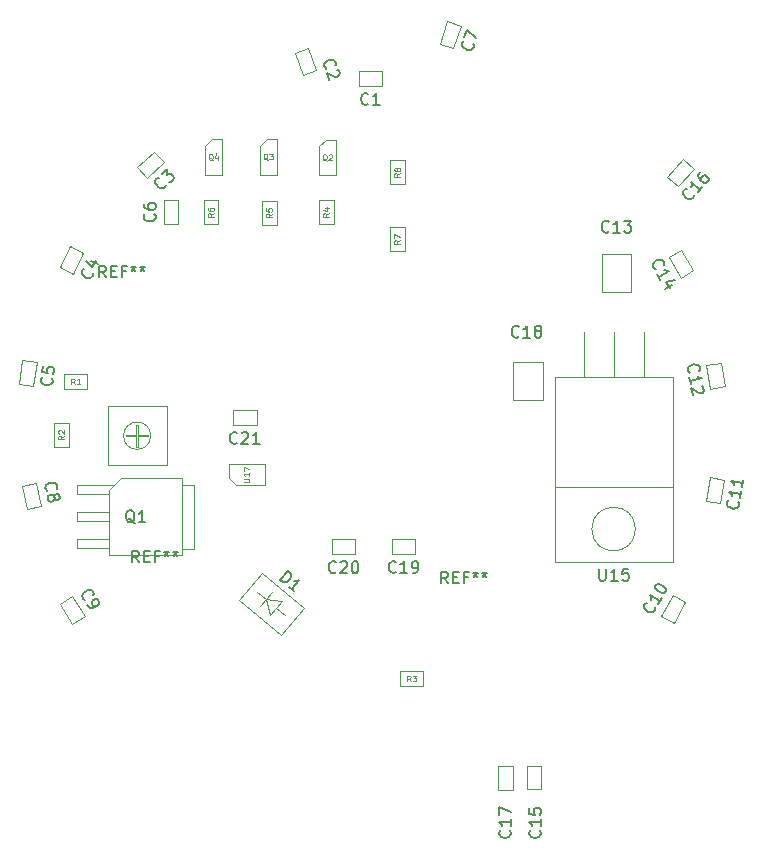
<source format=gbr>
%TF.GenerationSoftware,KiCad,Pcbnew,(5.1.9)-1*%
%TF.CreationDate,2021-03-28T17:18:04-04:00*%
%TF.ProjectId,nogasm,6e6f6761-736d-42e6-9b69-6361645f7063,rev?*%
%TF.SameCoordinates,Original*%
%TF.FileFunction,Other,Fab,Top*%
%FSLAX46Y46*%
G04 Gerber Fmt 4.6, Leading zero omitted, Abs format (unit mm)*
G04 Created by KiCad (PCBNEW (5.1.9)-1) date 2021-03-28 17:18:04*
%MOMM*%
%LPD*%
G01*
G04 APERTURE LIST*
%ADD10C,0.100000*%
%ADD11C,0.150000*%
%ADD12C,0.075000*%
G04 APERTURE END LIST*
D10*
%TO.C,C19*%
X123428000Y-95616000D02*
X121428000Y-95616000D01*
X121428000Y-95616000D02*
X121428000Y-94376000D01*
X121428000Y-94376000D02*
X123428000Y-94376000D01*
X123428000Y-94376000D02*
X123428000Y-95616000D01*
%TO.C,C1*%
X120614000Y-55992000D02*
X118614000Y-55992000D01*
X118614000Y-55992000D02*
X118614000Y-54752000D01*
X118614000Y-54752000D02*
X120614000Y-54752000D01*
X120614000Y-54752000D02*
X120614000Y-55992000D01*
%TO.C,C2*%
X114367064Y-52791639D02*
X115051105Y-54671024D01*
X115051105Y-54671024D02*
X113885886Y-55095129D01*
X113885886Y-55095129D02*
X113201845Y-53215744D01*
X113201845Y-53215744D02*
X114367064Y-52791639D01*
%TO.C,C3*%
X102162937Y-62455206D02*
X100676647Y-63793467D01*
X100676647Y-63793467D02*
X99846925Y-62871968D01*
X99846925Y-62871968D02*
X101333215Y-61533707D01*
X101333215Y-61533707D02*
X102162937Y-62455206D01*
%TO.C,C4*%
X95310098Y-70092489D02*
X94433356Y-71890077D01*
X94433356Y-71890077D02*
X93318852Y-71346497D01*
X93318852Y-71346497D02*
X94195594Y-69548909D01*
X94195594Y-69548909D02*
X95310098Y-70092489D01*
%TO.C,C5*%
X91351105Y-79380019D02*
X91072759Y-81360555D01*
X91072759Y-81360555D02*
X89844827Y-81187981D01*
X89844827Y-81187981D02*
X90123173Y-79207445D01*
X90123173Y-79207445D02*
X91351105Y-79380019D01*
%TO.C,C6*%
X102110300Y-67669600D02*
X102110300Y-65669600D01*
X102110300Y-65669600D02*
X103350300Y-65669600D01*
X103350300Y-65669600D02*
X103350300Y-67669600D01*
X103350300Y-67669600D02*
X102110300Y-67669600D01*
%TO.C,C7*%
X127265541Y-50881474D02*
X126650828Y-52784663D01*
X126650828Y-52784663D02*
X125470851Y-52403540D01*
X125470851Y-52403540D02*
X126085564Y-50500351D01*
X126085564Y-50500351D02*
X127265541Y-50881474D01*
%TO.C,C8*%
X91324650Y-89618262D02*
X91740473Y-91574557D01*
X91740473Y-91574557D02*
X90527570Y-91832368D01*
X90527570Y-91832368D02*
X90111747Y-89876073D01*
X90111747Y-89876073D02*
X91324650Y-89618262D01*
%TO.C,C9*%
X94384270Y-99197462D02*
X95444108Y-100893558D01*
X95444108Y-100893558D02*
X94392528Y-101550658D01*
X94392528Y-101550658D02*
X93332690Y-99854562D01*
X93332690Y-99854562D02*
X94384270Y-99197462D01*
%TO.C,C10*%
X144209579Y-100827581D02*
X145209579Y-99095531D01*
X145209579Y-99095531D02*
X146283451Y-99715531D01*
X146283451Y-99715531D02*
X145283451Y-101447581D01*
X145283451Y-101447581D02*
X144209579Y-100827581D01*
%TO.C,C11*%
X149591289Y-89331844D02*
X149243993Y-91301460D01*
X149243993Y-91301460D02*
X148022831Y-91086136D01*
X148022831Y-91086136D02*
X148370127Y-89116520D01*
X148370127Y-89116520D02*
X149591289Y-89331844D01*
%TO.C,C12*%
X148407067Y-81610470D02*
X148059771Y-79640854D01*
X148059771Y-79640854D02*
X149280933Y-79425530D01*
X149280933Y-79425530D02*
X149628229Y-81395146D01*
X149628229Y-81395146D02*
X148407067Y-81610470D01*
%TO.C,C14*%
X145876064Y-72200641D02*
X144876064Y-70468591D01*
X144876064Y-70468591D02*
X145949936Y-69848591D01*
X145949936Y-69848591D02*
X146949936Y-71580641D01*
X146949936Y-71580641D02*
X145876064Y-72200641D01*
%TO.C,C15*%
X132857000Y-115534000D02*
X132857000Y-113534000D01*
X132857000Y-113534000D02*
X134097000Y-113534000D01*
X134097000Y-113534000D02*
X134097000Y-115534000D01*
X134097000Y-115534000D02*
X132857000Y-115534000D01*
%TO.C,C16*%
X147000293Y-63004785D02*
X145662032Y-64491075D01*
X145662032Y-64491075D02*
X144740533Y-63661353D01*
X144740533Y-63661353D02*
X146078794Y-62175063D01*
X146078794Y-62175063D02*
X147000293Y-63004785D01*
%TO.C,C17*%
X130444000Y-115574000D02*
X130444000Y-113574000D01*
X130444000Y-113574000D02*
X131684000Y-113574000D01*
X131684000Y-113574000D02*
X131684000Y-115574000D01*
X131684000Y-115574000D02*
X130444000Y-115574000D01*
%TO.C,C20*%
X116348000Y-94376000D02*
X118348000Y-94376000D01*
X118348000Y-94376000D02*
X118348000Y-95616000D01*
X118348000Y-95616000D02*
X116348000Y-95616000D01*
X116348000Y-95616000D02*
X116348000Y-94376000D01*
%TO.C,C21*%
X109986000Y-84694000D02*
X107986000Y-84694000D01*
X107986000Y-84694000D02*
X107986000Y-83454000D01*
X107986000Y-83454000D02*
X109986000Y-83454000D01*
X109986000Y-83454000D02*
X109986000Y-84694000D01*
%TO.C,Q1*%
X94784000Y-95111000D02*
X97484000Y-95111000D01*
X94784000Y-94361000D02*
X94784000Y-95111000D01*
X97484000Y-94361000D02*
X94784000Y-94361000D01*
X94784000Y-92831000D02*
X97484000Y-92831000D01*
X94784000Y-92081000D02*
X94784000Y-92831000D01*
X97484000Y-92081000D02*
X94784000Y-92081000D01*
X94784000Y-90551000D02*
X97484000Y-90551000D01*
X94784000Y-89801000D02*
X94784000Y-90551000D01*
X97889000Y-89801000D02*
X94784000Y-89801000D01*
X98484000Y-89206000D02*
X103704000Y-89206000D01*
X97484000Y-90206000D02*
X98484000Y-89206000D01*
X97484000Y-95706000D02*
X97484000Y-90206000D01*
X103704000Y-95706000D02*
X97484000Y-95706000D01*
X103704000Y-89206000D02*
X103704000Y-95706000D01*
X104704000Y-95156000D02*
X103704000Y-95156000D01*
X104704000Y-89756000D02*
X104704000Y-95156000D01*
X103704000Y-89756000D02*
X104704000Y-89756000D01*
%TO.C,Q2*%
X115273100Y-63562000D02*
X116673100Y-63562000D01*
X116673100Y-60522000D02*
X116673100Y-63562000D01*
X115273100Y-61092000D02*
X115823100Y-60522000D01*
X115823100Y-60522000D02*
X116673100Y-60522000D01*
X115273100Y-61092000D02*
X115273100Y-63542000D01*
%TO.C,Q3*%
X110275900Y-63496000D02*
X111675900Y-63496000D01*
X111675900Y-60456000D02*
X111675900Y-63496000D01*
X110275900Y-61026000D02*
X110825900Y-60456000D01*
X110825900Y-60456000D02*
X111675900Y-60456000D01*
X110275900Y-61026000D02*
X110275900Y-63476000D01*
%TO.C,Q4*%
X105621100Y-63511200D02*
X107021100Y-63511200D01*
X107021100Y-60471200D02*
X107021100Y-63511200D01*
X105621100Y-61041200D02*
X106171100Y-60471200D01*
X106171100Y-60471200D02*
X107021100Y-60471200D01*
X105621100Y-61041200D02*
X105621100Y-63491200D01*
%TO.C,R1*%
X93662000Y-80406000D02*
X95662000Y-80406000D01*
X95662000Y-80406000D02*
X95662000Y-81646000D01*
X95662000Y-81646000D02*
X93662000Y-81646000D01*
X93662000Y-81646000D02*
X93662000Y-80406000D01*
%TO.C,R2*%
X92852000Y-86518000D02*
X92852000Y-84518000D01*
X92852000Y-84518000D02*
X94092000Y-84518000D01*
X94092000Y-84518000D02*
X94092000Y-86518000D01*
X94092000Y-86518000D02*
X92852000Y-86518000D01*
%TO.C,R3*%
X122110000Y-105552000D02*
X124110000Y-105552000D01*
X124110000Y-105552000D02*
X124110000Y-106792000D01*
X124110000Y-106792000D02*
X122110000Y-106792000D01*
X122110000Y-106792000D02*
X122110000Y-105552000D01*
%TO.C,R4*%
X116507500Y-65678800D02*
X116507500Y-67678800D01*
X116507500Y-67678800D02*
X115267500Y-67678800D01*
X115267500Y-67678800D02*
X115267500Y-65678800D01*
X115267500Y-65678800D02*
X116507500Y-65678800D01*
%TO.C,R5*%
X111681500Y-65722000D02*
X111681500Y-67722000D01*
X111681500Y-67722000D02*
X110441500Y-67722000D01*
X110441500Y-67722000D02*
X110441500Y-65722000D01*
X110441500Y-65722000D02*
X111681500Y-65722000D01*
%TO.C,R6*%
X106753900Y-65678800D02*
X106753900Y-67678800D01*
X106753900Y-67678800D02*
X105513900Y-67678800D01*
X105513900Y-67678800D02*
X105513900Y-65678800D01*
X105513900Y-65678800D02*
X106753900Y-65678800D01*
%TO.C,R7*%
X121300000Y-69961000D02*
X121300000Y-67961000D01*
X121300000Y-67961000D02*
X122540000Y-67961000D01*
X122540000Y-67961000D02*
X122540000Y-69961000D01*
X122540000Y-69961000D02*
X121300000Y-69961000D01*
%TO.C,R8*%
X121300000Y-64293000D02*
X121300000Y-62293000D01*
X121300000Y-62293000D02*
X122540000Y-62293000D01*
X122540000Y-62293000D02*
X122540000Y-64293000D01*
X122540000Y-64293000D02*
X121300000Y-64293000D01*
%TO.C,RV1*%
X101016000Y-85598000D02*
G75*
G03*
X101016000Y-85598000I-1150000J0D01*
G01*
X100786000Y-85538000D02*
X100786000Y-85658000D01*
X99926000Y-85538000D02*
X100786000Y-85538000D01*
X99926000Y-84678000D02*
X99926000Y-85538000D01*
X99806000Y-84678000D02*
X99926000Y-84678000D01*
X99806000Y-85538000D02*
X99806000Y-84678000D01*
X98946000Y-85538000D02*
X99806000Y-85538000D01*
X98946000Y-85658000D02*
X98946000Y-85538000D01*
X99806000Y-85658000D02*
X98946000Y-85658000D01*
X99806000Y-86518000D02*
X99806000Y-85658000D01*
X99926000Y-86518000D02*
X99806000Y-86518000D01*
X99926000Y-85658000D02*
X99926000Y-86518000D01*
X100786000Y-85658000D02*
X99926000Y-85658000D01*
X97366000Y-88098000D02*
X102366000Y-88098000D01*
X97366000Y-83098000D02*
X97366000Y-88098000D01*
X102366000Y-83098000D02*
X97366000Y-83098000D01*
X102366000Y-88098000D02*
X102366000Y-83098000D01*
%TO.C,U17*%
X107604000Y-88000000D02*
X110704000Y-88000000D01*
X110704000Y-88000000D02*
X110704000Y-89800000D01*
X108254000Y-89800000D02*
X110704000Y-89800000D01*
X107604000Y-88000000D02*
X107604000Y-89150000D01*
X108254000Y-89800000D02*
X107604000Y-89150000D01*
%TO.C,D1*%
X110745755Y-99420904D02*
X112141476Y-99547597D01*
X110745755Y-99420904D02*
X111145541Y-100734506D01*
X111145541Y-100734506D02*
X112141476Y-99547597D01*
X111260050Y-98807992D02*
X110231461Y-100033817D01*
X111627182Y-100160509D02*
X112391862Y-100802152D01*
X110745755Y-99420904D02*
X110055013Y-98841303D01*
X113969995Y-100166920D02*
X110446190Y-97210097D01*
X113969995Y-100166920D02*
X112041632Y-102465053D01*
X108517827Y-99508230D02*
X110446190Y-97210097D01*
X112041632Y-102465053D02*
X108517827Y-99508230D01*
%TO.C,U15*%
X142058000Y-93495000D02*
G75*
G03*
X142058000Y-93495000I-1850000J0D01*
G01*
X137668000Y-80645000D02*
X137668000Y-76835000D01*
X140208000Y-80645000D02*
X140208000Y-76835000D01*
X142748000Y-80645000D02*
X142748000Y-76835000D01*
X135208000Y-80645000D02*
X145208000Y-80645000D01*
X135208000Y-89895000D02*
X135208000Y-80645000D01*
X145208000Y-89895000D02*
X135208000Y-89895000D01*
X145208000Y-80645000D02*
X145208000Y-89895000D01*
X135208000Y-89895000D02*
X145208000Y-89895000D01*
X135208000Y-96295000D02*
X135208000Y-89895000D01*
X145208000Y-96295000D02*
X135208000Y-96295000D01*
X145208000Y-89895000D02*
X145208000Y-96295000D01*
%TO.C,C13*%
X139212000Y-73450000D02*
X139212000Y-70250000D01*
X139212000Y-70250000D02*
X141712000Y-70250000D01*
X141712000Y-70250000D02*
X141712000Y-73450000D01*
X141712000Y-73450000D02*
X139212000Y-73450000D01*
%TO.C,C18*%
X134219000Y-79394000D02*
X134219000Y-82594000D01*
X134219000Y-82594000D02*
X131719000Y-82594000D01*
X131719000Y-82594000D02*
X131719000Y-79394000D01*
X131719000Y-79394000D02*
X134219000Y-79394000D01*
%TD*%
%TO.C,REF\u002A\u002A*%
D11*
X100012666Y-96328380D02*
X99679333Y-95852190D01*
X99441238Y-96328380D02*
X99441238Y-95328380D01*
X99822190Y-95328380D01*
X99917428Y-95376000D01*
X99965047Y-95423619D01*
X100012666Y-95518857D01*
X100012666Y-95661714D01*
X99965047Y-95756952D01*
X99917428Y-95804571D01*
X99822190Y-95852190D01*
X99441238Y-95852190D01*
X100441238Y-95804571D02*
X100774571Y-95804571D01*
X100917428Y-96328380D02*
X100441238Y-96328380D01*
X100441238Y-95328380D01*
X100917428Y-95328380D01*
X101679333Y-95804571D02*
X101346000Y-95804571D01*
X101346000Y-96328380D02*
X101346000Y-95328380D01*
X101822190Y-95328380D01*
X102346000Y-95328380D02*
X102346000Y-95566476D01*
X102107904Y-95471238D02*
X102346000Y-95566476D01*
X102584095Y-95471238D01*
X102203142Y-95756952D02*
X102346000Y-95566476D01*
X102488857Y-95756952D01*
X103107904Y-95328380D02*
X103107904Y-95566476D01*
X102869809Y-95471238D02*
X103107904Y-95566476D01*
X103346000Y-95471238D01*
X102965047Y-95756952D02*
X103107904Y-95566476D01*
X103250761Y-95756952D01*
X126174666Y-98106380D02*
X125841333Y-97630190D01*
X125603238Y-98106380D02*
X125603238Y-97106380D01*
X125984190Y-97106380D01*
X126079428Y-97154000D01*
X126127047Y-97201619D01*
X126174666Y-97296857D01*
X126174666Y-97439714D01*
X126127047Y-97534952D01*
X126079428Y-97582571D01*
X125984190Y-97630190D01*
X125603238Y-97630190D01*
X126603238Y-97582571D02*
X126936571Y-97582571D01*
X127079428Y-98106380D02*
X126603238Y-98106380D01*
X126603238Y-97106380D01*
X127079428Y-97106380D01*
X127841333Y-97582571D02*
X127508000Y-97582571D01*
X127508000Y-98106380D02*
X127508000Y-97106380D01*
X127984190Y-97106380D01*
X128508000Y-97106380D02*
X128508000Y-97344476D01*
X128269904Y-97249238D02*
X128508000Y-97344476D01*
X128746095Y-97249238D01*
X128365142Y-97534952D02*
X128508000Y-97344476D01*
X128650857Y-97534952D01*
X129269904Y-97106380D02*
X129269904Y-97344476D01*
X129031809Y-97249238D02*
X129269904Y-97344476D01*
X129508000Y-97249238D01*
X129127047Y-97534952D02*
X129269904Y-97344476D01*
X129412761Y-97534952D01*
%TO.C,C19*%
X121785142Y-97103142D02*
X121737523Y-97150761D01*
X121594666Y-97198380D01*
X121499428Y-97198380D01*
X121356571Y-97150761D01*
X121261333Y-97055523D01*
X121213714Y-96960285D01*
X121166095Y-96769809D01*
X121166095Y-96626952D01*
X121213714Y-96436476D01*
X121261333Y-96341238D01*
X121356571Y-96246000D01*
X121499428Y-96198380D01*
X121594666Y-96198380D01*
X121737523Y-96246000D01*
X121785142Y-96293619D01*
X122737523Y-97198380D02*
X122166095Y-97198380D01*
X122451809Y-97198380D02*
X122451809Y-96198380D01*
X122356571Y-96341238D01*
X122261333Y-96436476D01*
X122166095Y-96484095D01*
X123213714Y-97198380D02*
X123404190Y-97198380D01*
X123499428Y-97150761D01*
X123547047Y-97103142D01*
X123642285Y-96960285D01*
X123689904Y-96769809D01*
X123689904Y-96388857D01*
X123642285Y-96293619D01*
X123594666Y-96246000D01*
X123499428Y-96198380D01*
X123308952Y-96198380D01*
X123213714Y-96246000D01*
X123166095Y-96293619D01*
X123118476Y-96388857D01*
X123118476Y-96626952D01*
X123166095Y-96722190D01*
X123213714Y-96769809D01*
X123308952Y-96817428D01*
X123499428Y-96817428D01*
X123594666Y-96769809D01*
X123642285Y-96722190D01*
X123689904Y-96626952D01*
%TO.C,C1*%
X119447333Y-57479142D02*
X119399714Y-57526761D01*
X119256857Y-57574380D01*
X119161619Y-57574380D01*
X119018761Y-57526761D01*
X118923523Y-57431523D01*
X118875904Y-57336285D01*
X118828285Y-57145809D01*
X118828285Y-57002952D01*
X118875904Y-56812476D01*
X118923523Y-56717238D01*
X119018761Y-56622000D01*
X119161619Y-56574380D01*
X119256857Y-56574380D01*
X119399714Y-56622000D01*
X119447333Y-56669619D01*
X120399714Y-57574380D02*
X119828285Y-57574380D01*
X120114000Y-57574380D02*
X120114000Y-56574380D01*
X120018761Y-56717238D01*
X119923523Y-56812476D01*
X119828285Y-56860095D01*
%TO.C,C2*%
X115892867Y-54512302D02*
X115831833Y-54483842D01*
X115738225Y-54365886D01*
X115705652Y-54276392D01*
X115701539Y-54125863D01*
X115758460Y-54003795D01*
X115831668Y-53926475D01*
X115994371Y-53816581D01*
X116128613Y-53767721D01*
X116323888Y-53747321D01*
X116429670Y-53759495D01*
X116551737Y-53816417D01*
X116645345Y-53934372D01*
X116677918Y-54023866D01*
X116682031Y-54174395D01*
X116653570Y-54235429D01*
X116783864Y-54593407D02*
X116844898Y-54621867D01*
X116922218Y-54695075D01*
X117003651Y-54918812D01*
X116991478Y-55024593D01*
X116963017Y-55085627D01*
X116889809Y-55162947D01*
X116800315Y-55195521D01*
X116649786Y-55199633D01*
X115917379Y-54858106D01*
X116129106Y-55439821D01*
%TO.C,C3*%
X102291027Y-64341020D02*
X102287503Y-64408271D01*
X102213203Y-64539249D01*
X102142427Y-64602976D01*
X102004400Y-64663178D01*
X101869898Y-64656129D01*
X101770783Y-64617217D01*
X101607942Y-64507529D01*
X101512352Y-64401365D01*
X101420286Y-64227951D01*
X101391947Y-64125312D01*
X101398996Y-63990809D01*
X101473296Y-63859831D01*
X101544072Y-63796104D01*
X101682099Y-63735902D01*
X101749350Y-63739427D01*
X101933338Y-63445607D02*
X102393380Y-63031384D01*
X102400572Y-63537530D01*
X102506736Y-63441940D01*
X102609375Y-63413601D01*
X102676626Y-63417126D01*
X102775741Y-63456038D01*
X102935057Y-63632977D01*
X102963396Y-63735616D01*
X102959872Y-63802867D01*
X102920960Y-63901982D01*
X102708632Y-64093162D01*
X102605993Y-64121501D01*
X102538742Y-64117977D01*
%TO.C,C4*%
X96135301Y-71793003D02*
X96157225Y-71856677D01*
X96137401Y-72005951D01*
X96095651Y-72091551D01*
X95990227Y-72199075D01*
X95862878Y-72242925D01*
X95756404Y-72243975D01*
X95564330Y-72203275D01*
X95435931Y-72140651D01*
X95285607Y-72014352D01*
X95220882Y-71929802D01*
X95177032Y-71802453D01*
X95196857Y-71653179D01*
X95238607Y-71567580D01*
X95344031Y-71460056D01*
X95407705Y-71438131D01*
X95997451Y-70772110D02*
X96596647Y-71064357D01*
X95550679Y-70819110D02*
X96088300Y-71346231D01*
X96359673Y-70789835D01*
%TO.C,C5*%
X92661406Y-80742302D02*
X92701934Y-80796085D01*
X92729208Y-80944179D01*
X92715954Y-81038490D01*
X92648916Y-81173330D01*
X92541350Y-81254386D01*
X92440412Y-81288287D01*
X92245162Y-81308934D01*
X92103695Y-81289052D01*
X91921700Y-81215387D01*
X91834016Y-81154977D01*
X91752959Y-81047411D01*
X91725686Y-80899317D01*
X91738940Y-80805006D01*
X91805978Y-80670166D01*
X91859761Y-80629638D01*
X91891368Y-79720427D02*
X91825095Y-80191983D01*
X92290024Y-80305411D01*
X92249496Y-80251628D01*
X92215595Y-80150690D01*
X92248731Y-79914912D01*
X92309141Y-79827228D01*
X92362924Y-79786699D01*
X92463863Y-79752798D01*
X92699641Y-79785935D01*
X92787325Y-79846345D01*
X92827853Y-79900128D01*
X92861754Y-80001066D01*
X92828618Y-80236845D01*
X92768207Y-80324529D01*
X92714424Y-80365057D01*
%TO.C,C6*%
X101337442Y-66836266D02*
X101385061Y-66883885D01*
X101432680Y-67026742D01*
X101432680Y-67121980D01*
X101385061Y-67264838D01*
X101289823Y-67360076D01*
X101194585Y-67407695D01*
X101004109Y-67455314D01*
X100861252Y-67455314D01*
X100670776Y-67407695D01*
X100575538Y-67360076D01*
X100480300Y-67264838D01*
X100432680Y-67121980D01*
X100432680Y-67026742D01*
X100480300Y-66883885D01*
X100527919Y-66836266D01*
X100432680Y-65979123D02*
X100432680Y-66169600D01*
X100480300Y-66264838D01*
X100527919Y-66312457D01*
X100670776Y-66407695D01*
X100861252Y-66455314D01*
X101242204Y-66455314D01*
X101337442Y-66407695D01*
X101385061Y-66360076D01*
X101432680Y-66264838D01*
X101432680Y-66074361D01*
X101385061Y-65979123D01*
X101337442Y-65931504D01*
X101242204Y-65883885D01*
X101004109Y-65883885D01*
X100908871Y-65931504D01*
X100861252Y-65979123D01*
X100813633Y-66074361D01*
X100813633Y-66264838D01*
X100861252Y-66360076D01*
X100908871Y-66407695D01*
X101004109Y-66455314D01*
%TO.C,C7*%
X128322115Y-52448750D02*
X128352793Y-52508700D01*
X128354198Y-52659278D01*
X128324926Y-52749906D01*
X128235704Y-52871212D01*
X128115804Y-52932568D01*
X128010540Y-52948610D01*
X127814648Y-52935380D01*
X127678706Y-52891472D01*
X127512086Y-52787614D01*
X127436094Y-52713028D01*
X127374738Y-52593127D01*
X127373332Y-52442549D01*
X127402604Y-52351921D01*
X127491826Y-52230615D01*
X127551776Y-52199937D01*
X127563600Y-51853467D02*
X127768505Y-51219071D01*
X128588375Y-51934254D01*
%TO.C,C8*%
X92253877Y-90272699D02*
X92197398Y-90236021D01*
X92121118Y-90106186D01*
X92101317Y-90013029D01*
X92118194Y-89863394D01*
X92191549Y-89750435D01*
X92274806Y-89684056D01*
X92451219Y-89597875D01*
X92590954Y-89568174D01*
X92787169Y-89575150D01*
X92890226Y-89601927D01*
X93003184Y-89675283D01*
X93079464Y-89805118D01*
X93099266Y-89898275D01*
X93082389Y-90047911D01*
X93045711Y-90104390D01*
X92838468Y-90732635D02*
X92865246Y-90629578D01*
X92901924Y-90573099D01*
X92985180Y-90506719D01*
X93031758Y-90496818D01*
X93134816Y-90523596D01*
X93191295Y-90560274D01*
X93257674Y-90643530D01*
X93297277Y-90829844D01*
X93270499Y-90932901D01*
X93233821Y-90989380D01*
X93150565Y-91055760D01*
X93103987Y-91065660D01*
X93000929Y-91038883D01*
X92944450Y-91002205D01*
X92878071Y-90918949D01*
X92838468Y-90732635D01*
X92772089Y-90649379D01*
X92715610Y-90612701D01*
X92612552Y-90585923D01*
X92426238Y-90625526D01*
X92342982Y-90691905D01*
X92306304Y-90748384D01*
X92279527Y-90851442D01*
X92319129Y-91037756D01*
X92385509Y-91121012D01*
X92441988Y-91157690D01*
X92545045Y-91184467D01*
X92731359Y-91144865D01*
X92814615Y-91078485D01*
X92851293Y-91022006D01*
X92878071Y-90918949D01*
%TO.C,C9*%
X95481288Y-99494616D02*
X95415671Y-99479467D01*
X95299585Y-99383552D01*
X95249116Y-99302785D01*
X95213797Y-99156401D01*
X95244095Y-99025166D01*
X95299627Y-98934314D01*
X95435926Y-98792994D01*
X95557075Y-98717291D01*
X95743843Y-98656738D01*
X95849843Y-98646652D01*
X95981078Y-98676950D01*
X96097164Y-98772866D01*
X96147633Y-98853632D01*
X96182952Y-99000016D01*
X96167803Y-99065634D01*
X95652864Y-99948917D02*
X95753801Y-100110450D01*
X95844653Y-100165982D01*
X95910271Y-100181131D01*
X96081889Y-100186195D01*
X96268656Y-100125641D01*
X96591722Y-99923767D01*
X96647254Y-99832915D01*
X96662403Y-99767298D01*
X96652318Y-99661297D01*
X96551381Y-99499764D01*
X96460529Y-99444232D01*
X96394912Y-99429083D01*
X96288911Y-99439168D01*
X96086995Y-99565339D01*
X96031463Y-99656191D01*
X96016314Y-99721809D01*
X96026399Y-99827809D01*
X96127336Y-99989342D01*
X96218188Y-100044875D01*
X96283805Y-100060024D01*
X96389806Y-100049938D01*
%TO.C,C10*%
X143718837Y-100131858D02*
X143736266Y-100196906D01*
X143706077Y-100344434D01*
X143658458Y-100426912D01*
X143545790Y-100526821D01*
X143415693Y-100561680D01*
X143309405Y-100555301D01*
X143120638Y-100501302D01*
X142996920Y-100429873D01*
X142855772Y-100293396D01*
X142797103Y-100204538D01*
X142762244Y-100074440D01*
X142792433Y-99926912D01*
X142840052Y-99844434D01*
X142952720Y-99744525D01*
X143017769Y-99727096D01*
X144277506Y-99354690D02*
X143991792Y-99849562D01*
X144134649Y-99602126D02*
X143268623Y-99102126D01*
X143344722Y-99256034D01*
X143379582Y-99386131D01*
X143373202Y-99492419D01*
X143721004Y-98318580D02*
X143768623Y-98236101D01*
X143857482Y-98177432D01*
X143922530Y-98160002D01*
X144028819Y-98166382D01*
X144217585Y-98220381D01*
X144423782Y-98339428D01*
X144564930Y-98475906D01*
X144623599Y-98564764D01*
X144641028Y-98629813D01*
X144634649Y-98736101D01*
X144587030Y-98818580D01*
X144498171Y-98877249D01*
X144433122Y-98894678D01*
X144326834Y-98888299D01*
X144138068Y-98834300D01*
X143931871Y-98715252D01*
X143790723Y-98578775D01*
X143732054Y-98489916D01*
X143714624Y-98424868D01*
X143721004Y-98318580D01*
%TO.C,C11*%
X150770560Y-91207981D02*
X150809186Y-91263146D01*
X150831275Y-91412102D01*
X150814737Y-91505893D01*
X150743035Y-91638311D01*
X150632705Y-91715564D01*
X150530645Y-91745922D01*
X150334794Y-91759742D01*
X150194107Y-91734935D01*
X150014794Y-91654963D01*
X149929271Y-91591530D01*
X149852018Y-91481201D01*
X149829929Y-91332245D01*
X149846467Y-91238454D01*
X149918170Y-91106036D01*
X149973334Y-91067409D01*
X151029730Y-90286607D02*
X150930502Y-90849354D01*
X150980116Y-90567981D02*
X149995308Y-90394333D01*
X150119457Y-90512931D01*
X150196711Y-90623260D01*
X150227068Y-90725320D01*
X151195109Y-89348695D02*
X151095882Y-89911442D01*
X151145495Y-89630069D02*
X150160688Y-89456421D01*
X150284837Y-89575019D01*
X150362090Y-89685348D01*
X150392448Y-89787408D01*
%TO.C,C12*%
X146657237Y-80250810D02*
X146602073Y-80212183D01*
X146530370Y-80079766D01*
X146513832Y-79985974D01*
X146535921Y-79837019D01*
X146613175Y-79726689D01*
X146698697Y-79663256D01*
X146878010Y-79583284D01*
X147018697Y-79558478D01*
X147214548Y-79572297D01*
X147316609Y-79602655D01*
X147426938Y-79679908D01*
X147498640Y-79812326D01*
X147515178Y-79906117D01*
X147493089Y-80055073D01*
X147454463Y-80110238D01*
X146728825Y-81205260D02*
X146629598Y-80642513D01*
X146679212Y-80923886D02*
X147664019Y-80750238D01*
X147506795Y-80681254D01*
X147396466Y-80604001D01*
X147333032Y-80518478D01*
X147685994Y-81423315D02*
X147741158Y-81461941D01*
X147804592Y-81547464D01*
X147845937Y-81781942D01*
X147815579Y-81884002D01*
X147776952Y-81939166D01*
X147691430Y-82002600D01*
X147597639Y-82019138D01*
X147448683Y-81997049D01*
X146786708Y-81533529D01*
X146894205Y-82143172D01*
%TO.C,C14*%
X143766732Y-71521456D02*
X143701683Y-71504027D01*
X143589015Y-71404118D01*
X143541396Y-71321640D01*
X143511207Y-71174112D01*
X143546067Y-71044014D01*
X143604736Y-70955156D01*
X143745883Y-70818679D01*
X143869601Y-70747250D01*
X144058368Y-70693251D01*
X144164656Y-70686872D01*
X144294754Y-70721731D01*
X144407422Y-70821640D01*
X144455041Y-70904118D01*
X144485230Y-71051646D01*
X144467800Y-71116694D01*
X144160444Y-72393861D02*
X143874730Y-71898990D01*
X144017587Y-72146426D02*
X144883612Y-71646426D01*
X144712275Y-71635376D01*
X144582178Y-71600516D01*
X144493319Y-71541847D01*
X145166366Y-72802836D02*
X144589015Y-73136169D01*
X145377233Y-72406163D02*
X144639595Y-72557109D01*
X144949119Y-73093220D01*
%TO.C,C15*%
X133961142Y-119006857D02*
X134008761Y-119054476D01*
X134056380Y-119197333D01*
X134056380Y-119292571D01*
X134008761Y-119435428D01*
X133913523Y-119530666D01*
X133818285Y-119578285D01*
X133627809Y-119625904D01*
X133484952Y-119625904D01*
X133294476Y-119578285D01*
X133199238Y-119530666D01*
X133104000Y-119435428D01*
X133056380Y-119292571D01*
X133056380Y-119197333D01*
X133104000Y-119054476D01*
X133151619Y-119006857D01*
X134056380Y-118054476D02*
X134056380Y-118625904D01*
X134056380Y-118340190D02*
X133056380Y-118340190D01*
X133199238Y-118435428D01*
X133294476Y-118530666D01*
X133342095Y-118625904D01*
X133056380Y-117149714D02*
X133056380Y-117625904D01*
X133532571Y-117673523D01*
X133484952Y-117625904D01*
X133437333Y-117530666D01*
X133437333Y-117292571D01*
X133484952Y-117197333D01*
X133532571Y-117149714D01*
X133627809Y-117102095D01*
X133865904Y-117102095D01*
X133961142Y-117149714D01*
X134008761Y-117197333D01*
X134056380Y-117292571D01*
X134056380Y-117530666D01*
X134008761Y-117625904D01*
X133961142Y-117673523D01*
%TO.C,C16*%
X147006169Y-65220759D02*
X147009693Y-65288010D01*
X146949491Y-65426037D01*
X146885765Y-65496812D01*
X146754787Y-65571113D01*
X146620284Y-65578162D01*
X146517645Y-65549823D01*
X146344230Y-65457757D01*
X146238067Y-65362167D01*
X146128379Y-65199326D01*
X146089466Y-65100211D01*
X146082417Y-64965709D01*
X146142620Y-64827682D01*
X146206346Y-64756906D01*
X146337324Y-64682606D01*
X146404576Y-64679082D01*
X147714212Y-64576728D02*
X147331852Y-65001383D01*
X147523032Y-64789056D02*
X146779887Y-64119925D01*
X146822324Y-64286291D01*
X146829373Y-64420793D01*
X146801034Y-64523432D01*
X147544608Y-63270617D02*
X147417154Y-63412168D01*
X147388815Y-63514807D01*
X147392340Y-63582058D01*
X147434777Y-63748424D01*
X147544465Y-63911265D01*
X147827567Y-64166172D01*
X147930206Y-64194511D01*
X147997458Y-64190987D01*
X148096572Y-64152074D01*
X148224026Y-64010523D01*
X148252365Y-63907884D01*
X148248840Y-63840633D01*
X148209928Y-63741518D01*
X148032989Y-63582201D01*
X147930349Y-63553862D01*
X147863098Y-63557387D01*
X147763984Y-63596299D01*
X147636530Y-63737851D01*
X147608191Y-63840490D01*
X147611716Y-63907741D01*
X147650628Y-64006855D01*
%TO.C,C17*%
X131421142Y-119006857D02*
X131468761Y-119054476D01*
X131516380Y-119197333D01*
X131516380Y-119292571D01*
X131468761Y-119435428D01*
X131373523Y-119530666D01*
X131278285Y-119578285D01*
X131087809Y-119625904D01*
X130944952Y-119625904D01*
X130754476Y-119578285D01*
X130659238Y-119530666D01*
X130564000Y-119435428D01*
X130516380Y-119292571D01*
X130516380Y-119197333D01*
X130564000Y-119054476D01*
X130611619Y-119006857D01*
X131516380Y-118054476D02*
X131516380Y-118625904D01*
X131516380Y-118340190D02*
X130516380Y-118340190D01*
X130659238Y-118435428D01*
X130754476Y-118530666D01*
X130802095Y-118625904D01*
X130516380Y-117721142D02*
X130516380Y-117054476D01*
X131516380Y-117483047D01*
%TO.C,C20*%
X116705142Y-97131142D02*
X116657523Y-97178761D01*
X116514666Y-97226380D01*
X116419428Y-97226380D01*
X116276571Y-97178761D01*
X116181333Y-97083523D01*
X116133714Y-96988285D01*
X116086095Y-96797809D01*
X116086095Y-96654952D01*
X116133714Y-96464476D01*
X116181333Y-96369238D01*
X116276571Y-96274000D01*
X116419428Y-96226380D01*
X116514666Y-96226380D01*
X116657523Y-96274000D01*
X116705142Y-96321619D01*
X117086095Y-96321619D02*
X117133714Y-96274000D01*
X117228952Y-96226380D01*
X117467047Y-96226380D01*
X117562285Y-96274000D01*
X117609904Y-96321619D01*
X117657523Y-96416857D01*
X117657523Y-96512095D01*
X117609904Y-96654952D01*
X117038476Y-97226380D01*
X117657523Y-97226380D01*
X118276571Y-96226380D02*
X118371809Y-96226380D01*
X118467047Y-96274000D01*
X118514666Y-96321619D01*
X118562285Y-96416857D01*
X118609904Y-96607333D01*
X118609904Y-96845428D01*
X118562285Y-97035904D01*
X118514666Y-97131142D01*
X118467047Y-97178761D01*
X118371809Y-97226380D01*
X118276571Y-97226380D01*
X118181333Y-97178761D01*
X118133714Y-97131142D01*
X118086095Y-97035904D01*
X118038476Y-96845428D01*
X118038476Y-96607333D01*
X118086095Y-96416857D01*
X118133714Y-96321619D01*
X118181333Y-96274000D01*
X118276571Y-96226380D01*
%TO.C,C21*%
X108343142Y-86181142D02*
X108295523Y-86228761D01*
X108152666Y-86276380D01*
X108057428Y-86276380D01*
X107914571Y-86228761D01*
X107819333Y-86133523D01*
X107771714Y-86038285D01*
X107724095Y-85847809D01*
X107724095Y-85704952D01*
X107771714Y-85514476D01*
X107819333Y-85419238D01*
X107914571Y-85324000D01*
X108057428Y-85276380D01*
X108152666Y-85276380D01*
X108295523Y-85324000D01*
X108343142Y-85371619D01*
X108724095Y-85371619D02*
X108771714Y-85324000D01*
X108866952Y-85276380D01*
X109105047Y-85276380D01*
X109200285Y-85324000D01*
X109247904Y-85371619D01*
X109295523Y-85466857D01*
X109295523Y-85562095D01*
X109247904Y-85704952D01*
X108676476Y-86276380D01*
X109295523Y-86276380D01*
X110247904Y-86276380D02*
X109676476Y-86276380D01*
X109962190Y-86276380D02*
X109962190Y-85276380D01*
X109866952Y-85419238D01*
X109771714Y-85514476D01*
X109676476Y-85562095D01*
%TO.C,Q1*%
X99658761Y-93003619D02*
X99563523Y-92956000D01*
X99468285Y-92860761D01*
X99325428Y-92717904D01*
X99230190Y-92670285D01*
X99134952Y-92670285D01*
X99182571Y-92908380D02*
X99087333Y-92860761D01*
X98992095Y-92765523D01*
X98944476Y-92575047D01*
X98944476Y-92241714D01*
X98992095Y-92051238D01*
X99087333Y-91956000D01*
X99182571Y-91908380D01*
X99373047Y-91908380D01*
X99468285Y-91956000D01*
X99563523Y-92051238D01*
X99611142Y-92241714D01*
X99611142Y-92575047D01*
X99563523Y-92765523D01*
X99468285Y-92860761D01*
X99373047Y-92908380D01*
X99182571Y-92908380D01*
X100563523Y-92908380D02*
X99992095Y-92908380D01*
X100277809Y-92908380D02*
X100277809Y-91908380D01*
X100182571Y-92051238D01*
X100087333Y-92146476D01*
X99992095Y-92194095D01*
%TO.C,Q2*%
D12*
X115925480Y-62315809D02*
X115877861Y-62292000D01*
X115830242Y-62244380D01*
X115758814Y-62172952D01*
X115711195Y-62149142D01*
X115663576Y-62149142D01*
X115687385Y-62268190D02*
X115639766Y-62244380D01*
X115592147Y-62196761D01*
X115568338Y-62101523D01*
X115568338Y-61934857D01*
X115592147Y-61839619D01*
X115639766Y-61792000D01*
X115687385Y-61768190D01*
X115782623Y-61768190D01*
X115830242Y-61792000D01*
X115877861Y-61839619D01*
X115901671Y-61934857D01*
X115901671Y-62101523D01*
X115877861Y-62196761D01*
X115830242Y-62244380D01*
X115782623Y-62268190D01*
X115687385Y-62268190D01*
X116092147Y-61815809D02*
X116115957Y-61792000D01*
X116163576Y-61768190D01*
X116282623Y-61768190D01*
X116330242Y-61792000D01*
X116354052Y-61815809D01*
X116377861Y-61863428D01*
X116377861Y-61911047D01*
X116354052Y-61982476D01*
X116068338Y-62268190D01*
X116377861Y-62268190D01*
%TO.C,Q3*%
X110928280Y-62249809D02*
X110880661Y-62226000D01*
X110833042Y-62178380D01*
X110761614Y-62106952D01*
X110713995Y-62083142D01*
X110666376Y-62083142D01*
X110690185Y-62202190D02*
X110642566Y-62178380D01*
X110594947Y-62130761D01*
X110571138Y-62035523D01*
X110571138Y-61868857D01*
X110594947Y-61773619D01*
X110642566Y-61726000D01*
X110690185Y-61702190D01*
X110785423Y-61702190D01*
X110833042Y-61726000D01*
X110880661Y-61773619D01*
X110904471Y-61868857D01*
X110904471Y-62035523D01*
X110880661Y-62130761D01*
X110833042Y-62178380D01*
X110785423Y-62202190D01*
X110690185Y-62202190D01*
X111071138Y-61702190D02*
X111380661Y-61702190D01*
X111213995Y-61892666D01*
X111285423Y-61892666D01*
X111333042Y-61916476D01*
X111356852Y-61940285D01*
X111380661Y-61987904D01*
X111380661Y-62106952D01*
X111356852Y-62154571D01*
X111333042Y-62178380D01*
X111285423Y-62202190D01*
X111142566Y-62202190D01*
X111094947Y-62178380D01*
X111071138Y-62154571D01*
%TO.C,Q4*%
X106273480Y-62265009D02*
X106225861Y-62241200D01*
X106178242Y-62193580D01*
X106106814Y-62122152D01*
X106059195Y-62098342D01*
X106011576Y-62098342D01*
X106035385Y-62217390D02*
X105987766Y-62193580D01*
X105940147Y-62145961D01*
X105916338Y-62050723D01*
X105916338Y-61884057D01*
X105940147Y-61788819D01*
X105987766Y-61741200D01*
X106035385Y-61717390D01*
X106130623Y-61717390D01*
X106178242Y-61741200D01*
X106225861Y-61788819D01*
X106249671Y-61884057D01*
X106249671Y-62050723D01*
X106225861Y-62145961D01*
X106178242Y-62193580D01*
X106130623Y-62217390D01*
X106035385Y-62217390D01*
X106678242Y-61884057D02*
X106678242Y-62217390D01*
X106559195Y-61693580D02*
X106440147Y-62050723D01*
X106749671Y-62050723D01*
%TO.C,R1*%
X94578666Y-81252190D02*
X94412000Y-81014095D01*
X94292952Y-81252190D02*
X94292952Y-80752190D01*
X94483428Y-80752190D01*
X94531047Y-80776000D01*
X94554857Y-80799809D01*
X94578666Y-80847428D01*
X94578666Y-80918857D01*
X94554857Y-80966476D01*
X94531047Y-80990285D01*
X94483428Y-81014095D01*
X94292952Y-81014095D01*
X95054857Y-81252190D02*
X94769142Y-81252190D01*
X94912000Y-81252190D02*
X94912000Y-80752190D01*
X94864380Y-80823619D01*
X94816761Y-80871238D01*
X94769142Y-80895047D01*
%TO.C,R2*%
X93698190Y-85601333D02*
X93460095Y-85768000D01*
X93698190Y-85887047D02*
X93198190Y-85887047D01*
X93198190Y-85696571D01*
X93222000Y-85648952D01*
X93245809Y-85625142D01*
X93293428Y-85601333D01*
X93364857Y-85601333D01*
X93412476Y-85625142D01*
X93436285Y-85648952D01*
X93460095Y-85696571D01*
X93460095Y-85887047D01*
X93245809Y-85410857D02*
X93222000Y-85387047D01*
X93198190Y-85339428D01*
X93198190Y-85220380D01*
X93222000Y-85172761D01*
X93245809Y-85148952D01*
X93293428Y-85125142D01*
X93341047Y-85125142D01*
X93412476Y-85148952D01*
X93698190Y-85434666D01*
X93698190Y-85125142D01*
%TO.C,R3*%
X123026666Y-106398190D02*
X122860000Y-106160095D01*
X122740952Y-106398190D02*
X122740952Y-105898190D01*
X122931428Y-105898190D01*
X122979047Y-105922000D01*
X123002857Y-105945809D01*
X123026666Y-105993428D01*
X123026666Y-106064857D01*
X123002857Y-106112476D01*
X122979047Y-106136285D01*
X122931428Y-106160095D01*
X122740952Y-106160095D01*
X123193333Y-105898190D02*
X123502857Y-105898190D01*
X123336190Y-106088666D01*
X123407619Y-106088666D01*
X123455238Y-106112476D01*
X123479047Y-106136285D01*
X123502857Y-106183904D01*
X123502857Y-106302952D01*
X123479047Y-106350571D01*
X123455238Y-106374380D01*
X123407619Y-106398190D01*
X123264761Y-106398190D01*
X123217142Y-106374380D01*
X123193333Y-106350571D01*
%TO.C,R4*%
X116113690Y-66762133D02*
X115875595Y-66928800D01*
X116113690Y-67047847D02*
X115613690Y-67047847D01*
X115613690Y-66857371D01*
X115637500Y-66809752D01*
X115661309Y-66785942D01*
X115708928Y-66762133D01*
X115780357Y-66762133D01*
X115827976Y-66785942D01*
X115851785Y-66809752D01*
X115875595Y-66857371D01*
X115875595Y-67047847D01*
X115780357Y-66333561D02*
X116113690Y-66333561D01*
X115589880Y-66452609D02*
X115947023Y-66571657D01*
X115947023Y-66262133D01*
%TO.C,R5*%
X111287690Y-66805333D02*
X111049595Y-66972000D01*
X111287690Y-67091047D02*
X110787690Y-67091047D01*
X110787690Y-66900571D01*
X110811500Y-66852952D01*
X110835309Y-66829142D01*
X110882928Y-66805333D01*
X110954357Y-66805333D01*
X111001976Y-66829142D01*
X111025785Y-66852952D01*
X111049595Y-66900571D01*
X111049595Y-67091047D01*
X110787690Y-66352952D02*
X110787690Y-66591047D01*
X111025785Y-66614857D01*
X111001976Y-66591047D01*
X110978166Y-66543428D01*
X110978166Y-66424380D01*
X111001976Y-66376761D01*
X111025785Y-66352952D01*
X111073404Y-66329142D01*
X111192452Y-66329142D01*
X111240071Y-66352952D01*
X111263880Y-66376761D01*
X111287690Y-66424380D01*
X111287690Y-66543428D01*
X111263880Y-66591047D01*
X111240071Y-66614857D01*
%TO.C,R6*%
X106360090Y-66762133D02*
X106121995Y-66928800D01*
X106360090Y-67047847D02*
X105860090Y-67047847D01*
X105860090Y-66857371D01*
X105883900Y-66809752D01*
X105907709Y-66785942D01*
X105955328Y-66762133D01*
X106026757Y-66762133D01*
X106074376Y-66785942D01*
X106098185Y-66809752D01*
X106121995Y-66857371D01*
X106121995Y-67047847D01*
X105860090Y-66333561D02*
X105860090Y-66428800D01*
X105883900Y-66476419D01*
X105907709Y-66500228D01*
X105979138Y-66547847D01*
X106074376Y-66571657D01*
X106264852Y-66571657D01*
X106312471Y-66547847D01*
X106336280Y-66524038D01*
X106360090Y-66476419D01*
X106360090Y-66381180D01*
X106336280Y-66333561D01*
X106312471Y-66309752D01*
X106264852Y-66285942D01*
X106145804Y-66285942D01*
X106098185Y-66309752D01*
X106074376Y-66333561D01*
X106050566Y-66381180D01*
X106050566Y-66476419D01*
X106074376Y-66524038D01*
X106098185Y-66547847D01*
X106145804Y-66571657D01*
%TO.C,R7*%
X122146190Y-69044333D02*
X121908095Y-69211000D01*
X122146190Y-69330047D02*
X121646190Y-69330047D01*
X121646190Y-69139571D01*
X121670000Y-69091952D01*
X121693809Y-69068142D01*
X121741428Y-69044333D01*
X121812857Y-69044333D01*
X121860476Y-69068142D01*
X121884285Y-69091952D01*
X121908095Y-69139571D01*
X121908095Y-69330047D01*
X121646190Y-68877666D02*
X121646190Y-68544333D01*
X122146190Y-68758619D01*
%TO.C,R8*%
X122146190Y-63376333D02*
X121908095Y-63543000D01*
X122146190Y-63662047D02*
X121646190Y-63662047D01*
X121646190Y-63471571D01*
X121670000Y-63423952D01*
X121693809Y-63400142D01*
X121741428Y-63376333D01*
X121812857Y-63376333D01*
X121860476Y-63400142D01*
X121884285Y-63423952D01*
X121908095Y-63471571D01*
X121908095Y-63662047D01*
X121860476Y-63090619D02*
X121836666Y-63138238D01*
X121812857Y-63162047D01*
X121765238Y-63185857D01*
X121741428Y-63185857D01*
X121693809Y-63162047D01*
X121670000Y-63138238D01*
X121646190Y-63090619D01*
X121646190Y-62995380D01*
X121670000Y-62947761D01*
X121693809Y-62923952D01*
X121741428Y-62900142D01*
X121765238Y-62900142D01*
X121812857Y-62923952D01*
X121836666Y-62947761D01*
X121860476Y-62995380D01*
X121860476Y-63090619D01*
X121884285Y-63138238D01*
X121908095Y-63162047D01*
X121955714Y-63185857D01*
X122050952Y-63185857D01*
X122098571Y-63162047D01*
X122122380Y-63138238D01*
X122146190Y-63090619D01*
X122146190Y-62995380D01*
X122122380Y-62947761D01*
X122098571Y-62923952D01*
X122050952Y-62900142D01*
X121955714Y-62900142D01*
X121908095Y-62923952D01*
X121884285Y-62947761D01*
X121860476Y-62995380D01*
%TO.C,U17*%
X108880190Y-89519047D02*
X109284952Y-89519047D01*
X109332571Y-89495238D01*
X109356380Y-89471428D01*
X109380190Y-89423809D01*
X109380190Y-89328571D01*
X109356380Y-89280952D01*
X109332571Y-89257142D01*
X109284952Y-89233333D01*
X108880190Y-89233333D01*
X109380190Y-88733333D02*
X109380190Y-89019047D01*
X109380190Y-88876190D02*
X108880190Y-88876190D01*
X108951619Y-88923809D01*
X108999238Y-88971428D01*
X109023047Y-89019047D01*
X108880190Y-88566666D02*
X108880190Y-88233333D01*
X109380190Y-88447619D01*
%TO.C,D1*%
D11*
X111994681Y-97794569D02*
X112637468Y-97028524D01*
X112819860Y-97181569D01*
X112898686Y-97309874D01*
X112910425Y-97444049D01*
X112885685Y-97547614D01*
X112799728Y-97724136D01*
X112707901Y-97833571D01*
X112548987Y-97948876D01*
X112451291Y-97991223D01*
X112317116Y-98002962D01*
X112177072Y-97947614D01*
X111994681Y-97794569D01*
X113161987Y-98774055D02*
X112724247Y-98406748D01*
X112943117Y-98590401D02*
X113585904Y-97824357D01*
X113421121Y-97872574D01*
X113286947Y-97884313D01*
X113183381Y-97859573D01*
%TO.C,U15*%
X138969904Y-96867380D02*
X138969904Y-97676904D01*
X139017523Y-97772142D01*
X139065142Y-97819761D01*
X139160380Y-97867380D01*
X139350857Y-97867380D01*
X139446095Y-97819761D01*
X139493714Y-97772142D01*
X139541333Y-97676904D01*
X139541333Y-96867380D01*
X140541333Y-97867380D02*
X139969904Y-97867380D01*
X140255619Y-97867380D02*
X140255619Y-96867380D01*
X140160380Y-97010238D01*
X140065142Y-97105476D01*
X139969904Y-97153095D01*
X141446095Y-96867380D02*
X140969904Y-96867380D01*
X140922285Y-97343571D01*
X140969904Y-97295952D01*
X141065142Y-97248333D01*
X141303238Y-97248333D01*
X141398476Y-97295952D01*
X141446095Y-97343571D01*
X141493714Y-97438809D01*
X141493714Y-97676904D01*
X141446095Y-97772142D01*
X141398476Y-97819761D01*
X141303238Y-97867380D01*
X141065142Y-97867380D01*
X140969904Y-97819761D01*
X140922285Y-97772142D01*
%TO.C,C13*%
X139819142Y-68302142D02*
X139771523Y-68349761D01*
X139628666Y-68397380D01*
X139533428Y-68397380D01*
X139390571Y-68349761D01*
X139295333Y-68254523D01*
X139247714Y-68159285D01*
X139200095Y-67968809D01*
X139200095Y-67825952D01*
X139247714Y-67635476D01*
X139295333Y-67540238D01*
X139390571Y-67445000D01*
X139533428Y-67397380D01*
X139628666Y-67397380D01*
X139771523Y-67445000D01*
X139819142Y-67492619D01*
X140771523Y-68397380D02*
X140200095Y-68397380D01*
X140485809Y-68397380D02*
X140485809Y-67397380D01*
X140390571Y-67540238D01*
X140295333Y-67635476D01*
X140200095Y-67683095D01*
X141104857Y-67397380D02*
X141723904Y-67397380D01*
X141390571Y-67778333D01*
X141533428Y-67778333D01*
X141628666Y-67825952D01*
X141676285Y-67873571D01*
X141723904Y-67968809D01*
X141723904Y-68206904D01*
X141676285Y-68302142D01*
X141628666Y-68349761D01*
X141533428Y-68397380D01*
X141247714Y-68397380D01*
X141152476Y-68349761D01*
X141104857Y-68302142D01*
%TO.C,C18*%
X132199142Y-77192142D02*
X132151523Y-77239761D01*
X132008666Y-77287380D01*
X131913428Y-77287380D01*
X131770571Y-77239761D01*
X131675333Y-77144523D01*
X131627714Y-77049285D01*
X131580095Y-76858809D01*
X131580095Y-76715952D01*
X131627714Y-76525476D01*
X131675333Y-76430238D01*
X131770571Y-76335000D01*
X131913428Y-76287380D01*
X132008666Y-76287380D01*
X132151523Y-76335000D01*
X132199142Y-76382619D01*
X133151523Y-77287380D02*
X132580095Y-77287380D01*
X132865809Y-77287380D02*
X132865809Y-76287380D01*
X132770571Y-76430238D01*
X132675333Y-76525476D01*
X132580095Y-76573095D01*
X133722952Y-76715952D02*
X133627714Y-76668333D01*
X133580095Y-76620714D01*
X133532476Y-76525476D01*
X133532476Y-76477857D01*
X133580095Y-76382619D01*
X133627714Y-76335000D01*
X133722952Y-76287380D01*
X133913428Y-76287380D01*
X134008666Y-76335000D01*
X134056285Y-76382619D01*
X134103904Y-76477857D01*
X134103904Y-76525476D01*
X134056285Y-76620714D01*
X134008666Y-76668333D01*
X133913428Y-76715952D01*
X133722952Y-76715952D01*
X133627714Y-76763571D01*
X133580095Y-76811190D01*
X133532476Y-76906428D01*
X133532476Y-77096904D01*
X133580095Y-77192142D01*
X133627714Y-77239761D01*
X133722952Y-77287380D01*
X133913428Y-77287380D01*
X134008666Y-77239761D01*
X134056285Y-77192142D01*
X134103904Y-77096904D01*
X134103904Y-76906428D01*
X134056285Y-76811190D01*
X134008666Y-76763571D01*
X133913428Y-76715952D01*
%TO.C,REF\u002A\u002A*%
X97218666Y-72198380D02*
X96885333Y-71722190D01*
X96647238Y-72198380D02*
X96647238Y-71198380D01*
X97028190Y-71198380D01*
X97123428Y-71246000D01*
X97171047Y-71293619D01*
X97218666Y-71388857D01*
X97218666Y-71531714D01*
X97171047Y-71626952D01*
X97123428Y-71674571D01*
X97028190Y-71722190D01*
X96647238Y-71722190D01*
X97647238Y-71674571D02*
X97980571Y-71674571D01*
X98123428Y-72198380D02*
X97647238Y-72198380D01*
X97647238Y-71198380D01*
X98123428Y-71198380D01*
X98885333Y-71674571D02*
X98552000Y-71674571D01*
X98552000Y-72198380D02*
X98552000Y-71198380D01*
X99028190Y-71198380D01*
X99552000Y-71198380D02*
X99552000Y-71436476D01*
X99313904Y-71341238D02*
X99552000Y-71436476D01*
X99790095Y-71341238D01*
X99409142Y-71626952D02*
X99552000Y-71436476D01*
X99694857Y-71626952D01*
X100313904Y-71198380D02*
X100313904Y-71436476D01*
X100075809Y-71341238D02*
X100313904Y-71436476D01*
X100552000Y-71341238D01*
X100171047Y-71626952D02*
X100313904Y-71436476D01*
X100456761Y-71626952D01*
%TD*%
M02*

</source>
